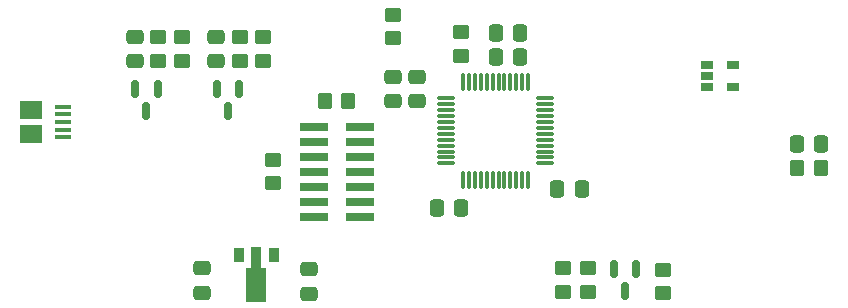
<source format=gbp>
G04 #@! TF.GenerationSoftware,KiCad,Pcbnew,(7.0.0)*
G04 #@! TF.CreationDate,2023-02-19T07:10:24+03:00*
G04 #@! TF.ProjectId,V0_McDisplay,56305f4d-6344-4697-9370-6c61792e6b69,1*
G04 #@! TF.SameCoordinates,Original*
G04 #@! TF.FileFunction,Paste,Bot*
G04 #@! TF.FilePolarity,Positive*
%FSLAX46Y46*%
G04 Gerber Fmt 4.6, Leading zero omitted, Abs format (unit mm)*
G04 Created by KiCad (PCBNEW (7.0.0)) date 2023-02-19 07:10:24*
%MOMM*%
%LPD*%
G01*
G04 APERTURE LIST*
G04 Aperture macros list*
%AMRoundRect*
0 Rectangle with rounded corners*
0 $1 Rounding radius*
0 $2 $3 $4 $5 $6 $7 $8 $9 X,Y pos of 4 corners*
0 Add a 4 corners polygon primitive as box body*
4,1,4,$2,$3,$4,$5,$6,$7,$8,$9,$2,$3,0*
0 Add four circle primitives for the rounded corners*
1,1,$1+$1,$2,$3*
1,1,$1+$1,$4,$5*
1,1,$1+$1,$6,$7*
1,1,$1+$1,$8,$9*
0 Add four rect primitives between the rounded corners*
20,1,$1+$1,$2,$3,$4,$5,0*
20,1,$1+$1,$4,$5,$6,$7,0*
20,1,$1+$1,$6,$7,$8,$9,0*
20,1,$1+$1,$8,$9,$2,$3,0*%
%AMFreePoly0*
4,1,9,3.700000,-0.866500,0.875000,-0.866500,0.875000,-0.450000,-0.900000,-0.450000,-0.900000,0.450000,0.875000,0.450000,0.875000,0.866500,3.700000,0.866500,3.700000,-0.866500,3.700000,-0.866500,$1*%
G04 Aperture macros list end*
%ADD10RoundRect,0.250000X-0.337500X-0.475000X0.337500X-0.475000X0.337500X0.475000X-0.337500X0.475000X0*%
%ADD11RoundRect,0.250000X-0.475000X0.337500X-0.475000X-0.337500X0.475000X-0.337500X0.475000X0.337500X0*%
%ADD12R,1.060000X0.650000*%
%ADD13R,2.400000X0.740000*%
%ADD14RoundRect,0.075000X-0.075000X0.662500X-0.075000X-0.662500X0.075000X-0.662500X0.075000X0.662500X0*%
%ADD15RoundRect,0.075000X-0.662500X0.075000X-0.662500X-0.075000X0.662500X-0.075000X0.662500X0.075000X0*%
%ADD16RoundRect,0.250000X0.475000X-0.337500X0.475000X0.337500X-0.475000X0.337500X-0.475000X-0.337500X0*%
%ADD17RoundRect,0.250000X0.337500X0.475000X-0.337500X0.475000X-0.337500X-0.475000X0.337500X-0.475000X0*%
%ADD18RoundRect,0.250000X-0.450000X0.350000X-0.450000X-0.350000X0.450000X-0.350000X0.450000X0.350000X0*%
%ADD19RoundRect,0.250000X0.450000X-0.350000X0.450000X0.350000X-0.450000X0.350000X-0.450000X-0.350000X0*%
%ADD20RoundRect,0.250000X0.350000X0.450000X-0.350000X0.450000X-0.350000X-0.450000X0.350000X-0.450000X0*%
%ADD21RoundRect,0.150000X-0.150000X0.587500X-0.150000X-0.587500X0.150000X-0.587500X0.150000X0.587500X0*%
%ADD22R,1.350000X0.400000*%
%ADD23R,1.900000X1.500000*%
%ADD24R,0.900000X1.300000*%
%ADD25FreePoly0,270.000000*%
G04 APERTURE END LIST*
D10*
X66362500Y-19400000D03*
X68437500Y-19400000D03*
D11*
X10300000Y-10262500D03*
X10300000Y-12337500D03*
D12*
X58799999Y-14549999D03*
X58799999Y-13599999D03*
X58799999Y-12649999D03*
X60999999Y-12649999D03*
X60999999Y-14549999D03*
D13*
X25449999Y-25509999D03*
X29349999Y-25509999D03*
X25449999Y-24239999D03*
X29349999Y-24239999D03*
X25449999Y-22969999D03*
X29349999Y-22969999D03*
X25449999Y-21699999D03*
X29349999Y-21699999D03*
X25449999Y-20429999D03*
X29349999Y-20429999D03*
X25449999Y-19159999D03*
X29349999Y-19159999D03*
X25449999Y-17889999D03*
X29349999Y-17889999D03*
D11*
X34200000Y-13662500D03*
X34200000Y-15737500D03*
D10*
X46062500Y-23200000D03*
X48137500Y-23200000D03*
D14*
X38112500Y-14087500D03*
X38612500Y-14087500D03*
X39112500Y-14087500D03*
X39612500Y-14087500D03*
X40112500Y-14087500D03*
X40612500Y-14087500D03*
X41112500Y-14087500D03*
X41612500Y-14087500D03*
X42112500Y-14087500D03*
X42612500Y-14087500D03*
X43112500Y-14087500D03*
X43612500Y-14087500D03*
D15*
X45025000Y-15500000D03*
X45025000Y-16000000D03*
X45025000Y-16500000D03*
X45025000Y-17000000D03*
X45025000Y-17500000D03*
X45025000Y-18000000D03*
X45025000Y-18500000D03*
X45025000Y-19000000D03*
X45025000Y-19500000D03*
X45025000Y-20000000D03*
X45025000Y-20500000D03*
X45025000Y-21000000D03*
D14*
X43612500Y-22412500D03*
X43112500Y-22412500D03*
X42612500Y-22412500D03*
X42112500Y-22412500D03*
X41612500Y-22412500D03*
X41112500Y-22412500D03*
X40612500Y-22412500D03*
X40112500Y-22412500D03*
X39612500Y-22412500D03*
X39112500Y-22412500D03*
X38612500Y-22412500D03*
X38112500Y-22412500D03*
D15*
X36700000Y-21000000D03*
X36700000Y-20500000D03*
X36700000Y-20000000D03*
X36700000Y-19500000D03*
X36700000Y-19000000D03*
X36700000Y-18500000D03*
X36700000Y-18000000D03*
X36700000Y-17500000D03*
X36700000Y-17000000D03*
X36700000Y-16500000D03*
X36700000Y-16000000D03*
X36700000Y-15500000D03*
D16*
X16000000Y-31937500D03*
X16000000Y-29862500D03*
D17*
X42937500Y-12000000D03*
X40862500Y-12000000D03*
D18*
X32200000Y-8400000D03*
X32200000Y-10400000D03*
D10*
X35862500Y-24800000D03*
X37937500Y-24800000D03*
D18*
X14300000Y-10300001D03*
X14300000Y-12300001D03*
D19*
X19200000Y-12300000D03*
X19200000Y-10300000D03*
D20*
X28400000Y-15700000D03*
X26400000Y-15700000D03*
D11*
X17200000Y-10262500D03*
X17200000Y-12337500D03*
D17*
X42937500Y-10000000D03*
X40862500Y-10000000D03*
D11*
X32199999Y-13662500D03*
X32199999Y-15737500D03*
D19*
X48700000Y-31900000D03*
X48700000Y-29900000D03*
D21*
X50850000Y-29962500D03*
X52750000Y-29962500D03*
X51800000Y-31837500D03*
X10350000Y-14662500D03*
X12250000Y-14662500D03*
X11300000Y-16537500D03*
D19*
X46600000Y-31900000D03*
X46600000Y-29900000D03*
D22*
X4262499Y-18799999D03*
X4262499Y-18149999D03*
X4262499Y-17499999D03*
X4262499Y-16849999D03*
X4262499Y-16199999D03*
D23*
X1562499Y-18499999D03*
X1562499Y-16499999D03*
D24*
X19099999Y-28749999D03*
D25*
X20600000Y-29000000D03*
D24*
X22099999Y-28749999D03*
D18*
X21200000Y-10300000D03*
X21200000Y-12300000D03*
X55000000Y-30000000D03*
X55000000Y-32000000D03*
D19*
X37900000Y-11900000D03*
X37900000Y-9900000D03*
X12300000Y-12300001D03*
X12300000Y-10300001D03*
D11*
X25100000Y-29962500D03*
X25100000Y-32037500D03*
D20*
X68400000Y-21400000D03*
X66400000Y-21400000D03*
D18*
X22000000Y-20700000D03*
X22000000Y-22700000D03*
D21*
X17250000Y-14662500D03*
X19150000Y-14662500D03*
X18200000Y-16537500D03*
M02*

</source>
